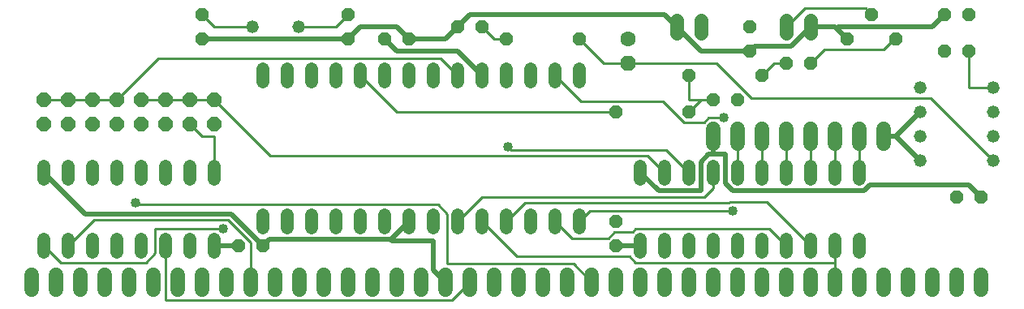
<source format=gtl>
G75*
%MOIN*%
%OFA0B0*%
%FSLAX24Y24*%
%IPPOS*%
%LPD*%
%AMOC8*
5,1,8,0,0,1.08239X$1,22.5*
%
%ADD10C,0.0520*%
%ADD11OC8,0.0600*%
%ADD12C,0.0600*%
%ADD13OC8,0.0520*%
%ADD14C,0.0520*%
%ADD15OC8,0.0630*%
%ADD16C,0.0630*%
%ADD17C,0.0560*%
%ADD18C,0.0200*%
%ADD19C,0.0100*%
%ADD20C,0.0400*%
D10*
X001180Y002420D02*
X001180Y002940D01*
X002180Y002940D02*
X002180Y002420D01*
X003180Y002420D02*
X003180Y002940D01*
X004180Y002940D02*
X004180Y002420D01*
X005180Y002420D02*
X005180Y002940D01*
X006180Y002940D02*
X006180Y002420D01*
X007180Y002420D02*
X007180Y002940D01*
X008180Y002940D02*
X008180Y002420D01*
X010180Y003420D02*
X010180Y003940D01*
X011180Y003940D02*
X011180Y003420D01*
X012180Y003420D02*
X012180Y003940D01*
X013180Y003940D02*
X013180Y003420D01*
X014180Y003420D02*
X014180Y003940D01*
X015180Y003940D02*
X015180Y003420D01*
X016180Y003420D02*
X016180Y003940D01*
X017180Y003940D02*
X017180Y003420D01*
X018180Y003420D02*
X018180Y003940D01*
X019180Y003940D02*
X019180Y003420D01*
X020180Y003420D02*
X020180Y003940D01*
X021180Y003940D02*
X021180Y003420D01*
X022180Y003420D02*
X022180Y003940D01*
X023180Y003940D02*
X023180Y003420D01*
X025680Y002940D02*
X025680Y002420D01*
X026680Y002420D02*
X026680Y002940D01*
X027680Y002940D02*
X027680Y002420D01*
X028680Y002420D02*
X028680Y002940D01*
X029680Y002940D02*
X029680Y002420D01*
X030680Y002420D02*
X030680Y002940D01*
X031680Y002940D02*
X031680Y002420D01*
X032680Y002420D02*
X032680Y002940D01*
X033680Y002940D02*
X033680Y002420D01*
X034680Y002420D02*
X034680Y002940D01*
X034680Y005420D02*
X034680Y005940D01*
X033680Y005940D02*
X033680Y005420D01*
X032680Y005420D02*
X032680Y005940D01*
X031680Y005940D02*
X031680Y005420D01*
X030680Y005420D02*
X030680Y005940D01*
X029680Y005940D02*
X029680Y005420D01*
X028680Y005420D02*
X028680Y005940D01*
X027680Y005940D02*
X027680Y005420D01*
X026680Y005420D02*
X026680Y005940D01*
X025680Y005940D02*
X025680Y005420D01*
X023180Y009420D02*
X023180Y009940D01*
X022180Y009940D02*
X022180Y009420D01*
X021180Y009420D02*
X021180Y009940D01*
X020180Y009940D02*
X020180Y009420D01*
X019180Y009420D02*
X019180Y009940D01*
X018180Y009940D02*
X018180Y009420D01*
X017180Y009420D02*
X017180Y009940D01*
X016180Y009940D02*
X016180Y009420D01*
X015180Y009420D02*
X015180Y009940D01*
X014180Y009940D02*
X014180Y009420D01*
X013180Y009420D02*
X013180Y009940D01*
X012180Y009940D02*
X012180Y009420D01*
X011180Y009420D02*
X011180Y009940D01*
X010180Y009940D02*
X010180Y009420D01*
X008180Y005940D02*
X008180Y005420D01*
X007180Y005420D02*
X007180Y005940D01*
X006180Y005940D02*
X006180Y005420D01*
X005180Y005420D02*
X005180Y005940D01*
X004180Y005940D02*
X004180Y005420D01*
X003180Y005420D02*
X003180Y005940D01*
X002180Y005940D02*
X002180Y005420D01*
X001180Y005420D02*
X001180Y005940D01*
D11*
X001180Y007680D03*
X002180Y007680D03*
X003180Y007680D03*
X004180Y007680D03*
X005180Y007680D03*
X006180Y007680D03*
X007180Y007680D03*
X008180Y007680D03*
X008180Y008680D03*
X007180Y008680D03*
X006180Y008680D03*
X005180Y008680D03*
X004180Y008680D03*
X003180Y008680D03*
X002180Y008680D03*
X001180Y008680D03*
D12*
X000680Y001480D02*
X000680Y000880D01*
X001680Y000880D02*
X001680Y001480D01*
X002680Y001480D02*
X002680Y000880D01*
X003680Y000880D02*
X003680Y001480D01*
X004680Y001480D02*
X004680Y000880D01*
X005680Y000880D02*
X005680Y001480D01*
X006680Y001480D02*
X006680Y000880D01*
X007680Y000880D02*
X007680Y001480D01*
X008680Y001480D02*
X008680Y000880D01*
X009680Y000880D02*
X009680Y001480D01*
X010680Y001480D02*
X010680Y000880D01*
X011680Y000880D02*
X011680Y001480D01*
X012680Y001480D02*
X012680Y000880D01*
X013680Y000880D02*
X013680Y001480D01*
X014680Y001480D02*
X014680Y000880D01*
X015680Y000880D02*
X015680Y001480D01*
X016680Y001480D02*
X016680Y000880D01*
X017680Y000880D02*
X017680Y001480D01*
X018680Y001480D02*
X018680Y000880D01*
X019680Y000880D02*
X019680Y001480D01*
X020680Y001480D02*
X020680Y000880D01*
X021680Y000880D02*
X021680Y001480D01*
X022680Y001480D02*
X022680Y000880D01*
X023680Y000880D02*
X023680Y001480D01*
X024680Y001480D02*
X024680Y000880D01*
X025680Y000880D02*
X025680Y001480D01*
X026680Y001480D02*
X026680Y000880D01*
X027680Y000880D02*
X027680Y001480D01*
X028680Y001480D02*
X028680Y000880D01*
X029680Y000880D02*
X029680Y001480D01*
X030680Y001480D02*
X030680Y000880D01*
X031680Y000880D02*
X031680Y001480D01*
X032680Y001480D02*
X032680Y000880D01*
X033680Y000880D02*
X033680Y001480D01*
X034680Y001480D02*
X034680Y000880D01*
X035680Y000880D02*
X035680Y001480D01*
X036680Y001480D02*
X036680Y000880D01*
X037680Y000880D02*
X037680Y001480D01*
X038680Y001480D02*
X038680Y000880D01*
X039680Y000880D02*
X039680Y001480D01*
X035680Y006880D02*
X035680Y007480D01*
X034680Y007480D02*
X034680Y006880D01*
X033680Y006880D02*
X033680Y007480D01*
X032680Y007480D02*
X032680Y006880D01*
X031680Y006880D02*
X031680Y007480D01*
X030680Y007480D02*
X030680Y006880D01*
X029680Y006880D02*
X029680Y007480D01*
X028680Y007480D02*
X028680Y006880D01*
D13*
X027680Y008180D03*
X028680Y008680D03*
X029680Y008680D03*
X030680Y009680D03*
X031680Y010180D03*
X032680Y010180D03*
X030180Y010680D03*
X027680Y009680D03*
X024680Y008180D03*
X023180Y011180D03*
X020180Y011180D03*
X019180Y011680D03*
X018180Y011680D03*
X016180Y011180D03*
X015180Y011180D03*
X013680Y011180D03*
X013680Y012180D03*
X007680Y012180D03*
X007680Y011180D03*
X030180Y011680D03*
X034190Y011180D03*
X036170Y011180D03*
X038180Y010680D03*
X039180Y010680D03*
X039180Y012180D03*
X038180Y012180D03*
X035180Y012180D03*
X038680Y004680D03*
X039680Y004680D03*
X024680Y003680D03*
X024680Y002680D03*
X010180Y002680D03*
X009180Y002680D03*
D14*
X009730Y011680D03*
X011630Y011680D03*
X037180Y009180D03*
X037180Y008180D03*
X037180Y007180D03*
X037180Y006180D03*
X040180Y006180D03*
X040180Y007180D03*
X040180Y008180D03*
X040180Y009180D03*
D15*
X025180Y010180D03*
D16*
X025180Y011180D03*
D17*
X027180Y011400D02*
X027180Y011960D01*
X028180Y011960D02*
X028180Y011400D01*
X031680Y011400D02*
X031680Y011960D01*
X032680Y011960D02*
X032680Y011400D01*
D18*
X032680Y011680D02*
X031868Y010868D01*
X030368Y010868D01*
X030180Y010680D01*
X028180Y010680D01*
X027180Y011680D01*
X026680Y012180D01*
X018680Y012180D01*
X018180Y011680D01*
X017680Y011180D01*
X016180Y011180D01*
X015680Y011680D01*
X014180Y011680D01*
X013680Y011180D01*
X007680Y011180D01*
X015180Y011180D02*
X015680Y010680D01*
X018180Y010680D01*
X019180Y009680D01*
X028180Y006118D02*
X028493Y006430D01*
X028680Y006430D01*
X029180Y006430D01*
X029180Y005243D01*
X029493Y004930D01*
X034868Y004930D01*
X035118Y005180D01*
X039180Y005180D01*
X039680Y004680D01*
X037180Y006180D02*
X036180Y007180D01*
X035680Y007180D01*
X036180Y007180D02*
X037180Y008180D01*
X028680Y007180D02*
X028680Y006430D01*
X028180Y006118D02*
X028180Y004930D01*
X026430Y004930D01*
X025680Y005680D01*
X017180Y002868D02*
X015493Y002868D01*
X015430Y002930D01*
X016180Y003680D01*
X015430Y002930D02*
X010430Y002930D01*
X010180Y002680D01*
X008868Y003993D01*
X002868Y003993D01*
X001180Y005680D01*
X008180Y002680D02*
X009180Y002680D01*
X017180Y002868D02*
X017180Y001680D01*
X017680Y001180D01*
X024680Y002680D02*
X025680Y002680D01*
X034180Y011180D02*
X034190Y011180D01*
X034180Y011180D02*
X033743Y011618D01*
X033805Y011680D01*
X037680Y011680D01*
X038180Y012180D01*
X033743Y011618D02*
X033680Y011680D01*
X032680Y011680D01*
D19*
X032430Y012430D02*
X031680Y011680D01*
X032430Y012430D02*
X034930Y012430D01*
X035180Y012180D01*
X036118Y011180D02*
X036170Y011180D01*
X036118Y011180D02*
X035680Y010743D01*
X033243Y010743D01*
X032680Y010180D01*
X031680Y010180D02*
X031180Y010180D01*
X030680Y009680D01*
X030243Y008743D02*
X028805Y010180D01*
X025180Y010180D01*
X024180Y010180D01*
X023180Y011180D01*
X020180Y011180D02*
X019680Y011180D01*
X019180Y011680D01*
X017493Y010368D02*
X005868Y010368D01*
X004180Y008680D01*
X003180Y008680D01*
X002180Y008680D01*
X001180Y008680D01*
X005180Y008680D02*
X006180Y008680D01*
X007180Y008680D01*
X008180Y008680D01*
X010493Y006368D01*
X025993Y006368D01*
X026680Y005680D01*
X026743Y006618D02*
X027680Y005680D01*
X028680Y005680D02*
X028680Y005055D01*
X028305Y004680D01*
X019180Y004680D01*
X018180Y003680D01*
X017743Y003993D02*
X017743Y001930D01*
X022930Y001930D01*
X023680Y001180D01*
X025243Y002243D02*
X025493Y001993D01*
X033680Y001993D01*
X033680Y002680D01*
X032680Y002680D02*
X030868Y004493D01*
X029368Y004493D01*
X029305Y004430D01*
X020930Y004430D01*
X020180Y003680D01*
X019180Y003680D02*
X020618Y002243D01*
X025243Y002243D01*
X024368Y002993D02*
X022868Y002993D01*
X022180Y003680D01*
X023180Y003680D02*
X023618Y004118D01*
X029493Y004118D01*
X030993Y003368D02*
X031680Y002680D01*
X030993Y003368D02*
X025493Y003368D01*
X025368Y003243D01*
X024618Y003243D01*
X024368Y002993D01*
X018680Y001180D02*
X017930Y000430D01*
X006180Y000430D01*
X006180Y002680D01*
X005743Y002368D02*
X005743Y003368D01*
X008555Y003368D01*
X008743Y003743D02*
X009680Y002805D01*
X009680Y001180D01*
X005743Y002368D02*
X005368Y001993D01*
X001868Y001993D01*
X001180Y002680D01*
X002180Y002680D02*
X003243Y003743D01*
X008743Y003743D01*
X004993Y004368D02*
X017368Y004368D01*
X017743Y003993D01*
X020368Y006618D02*
X026743Y006618D01*
X029680Y007180D02*
X029680Y005680D01*
X030680Y005680D02*
X030680Y007180D01*
X031680Y007180D02*
X031680Y005680D01*
X032680Y005680D02*
X032680Y007180D01*
X033680Y007180D02*
X033680Y005680D01*
X034680Y005680D02*
X034680Y007180D01*
X037618Y008743D02*
X030243Y008743D01*
X028680Y008680D02*
X028180Y008680D01*
X028149Y008649D01*
X028118Y008680D01*
X027680Y008680D01*
X027680Y009680D01*
X028149Y008649D02*
X027680Y008180D01*
X028305Y007743D02*
X028493Y007930D01*
X029118Y007930D01*
X028305Y007743D02*
X027493Y007743D01*
X026618Y008618D01*
X023243Y008618D01*
X022180Y009680D01*
X018180Y009680D02*
X017493Y010368D01*
X015680Y008180D02*
X014180Y009680D01*
X015680Y008180D02*
X024680Y008180D01*
X020368Y006618D02*
X020243Y006743D01*
X008180Y007180D02*
X008180Y005680D01*
X004993Y004368D02*
X004930Y004430D01*
X007680Y007180D02*
X007180Y007680D01*
X007680Y007180D02*
X008180Y007180D01*
X008180Y011680D02*
X009730Y011680D01*
X008180Y011680D02*
X007680Y012180D01*
X011630Y011680D02*
X013180Y011680D01*
X013680Y012180D01*
X037618Y008743D02*
X040180Y006180D01*
X040180Y009180D02*
X039180Y009180D01*
X039180Y010680D01*
X033680Y001993D02*
X033680Y001180D01*
D20*
X029493Y004118D03*
X020243Y006743D03*
X029118Y007930D03*
X008555Y003368D03*
X004930Y004430D03*
M02*

</source>
